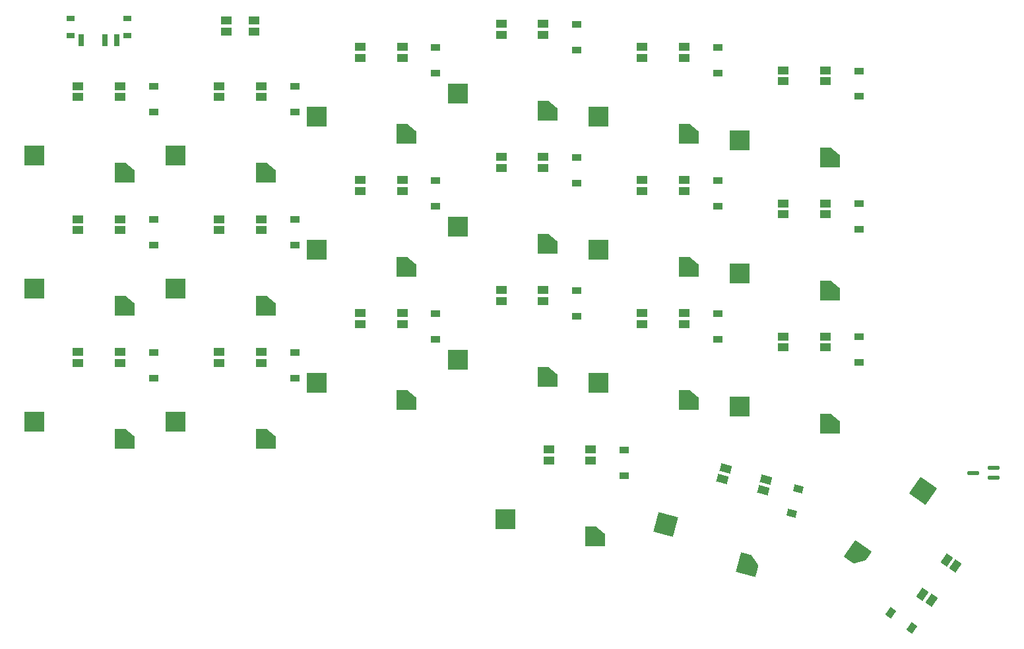
<source format=gbr>
%TF.GenerationSoftware,KiCad,Pcbnew,8.0.5*%
%TF.CreationDate,2024-11-11T15:34:28+00:00*%
%TF.ProjectId,kybd,6b796264-2e6b-4696-9361-645f70636258,v1.0.0*%
%TF.SameCoordinates,Original*%
%TF.FileFunction,Paste,Bot*%
%TF.FilePolarity,Positive*%
%FSLAX46Y46*%
G04 Gerber Fmt 4.6, Leading zero omitted, Abs format (unit mm)*
G04 Created by KiCad (PCBNEW 8.0.5) date 2024-11-11 15:34:28*
%MOMM*%
%LPD*%
G01*
G04 APERTURE LIST*
G04 Aperture macros list*
%AMRoundRect*
0 Rectangle with rounded corners*
0 $1 Rounding radius*
0 $2 $3 $4 $5 $6 $7 $8 $9 X,Y pos of 4 corners*
0 Add a 4 corners polygon primitive as box body*
4,1,4,$2,$3,$4,$5,$6,$7,$8,$9,$2,$3,0*
0 Add four circle primitives for the rounded corners*
1,1,$1+$1,$2,$3*
1,1,$1+$1,$4,$5*
1,1,$1+$1,$6,$7*
1,1,$1+$1,$8,$9*
0 Add four rect primitives between the rounded corners*
20,1,$1+$1,$2,$3,$4,$5,0*
20,1,$1+$1,$4,$5,$6,$7,0*
20,1,$1+$1,$6,$7,$8,$9,0*
20,1,$1+$1,$8,$9,$2,$3,0*%
%AMRotRect*
0 Rectangle, with rotation*
0 The origin of the aperture is its center*
0 $1 length*
0 $2 width*
0 $3 Rotation angle, in degrees counterclockwise*
0 Add horizontal line*
21,1,$1,$2,0,0,$3*%
%AMFreePoly0*
4,1,6,1.300000,-1.300000,-0.050000,-1.300000,-1.300000,-0.250000,-1.300000,1.300000,1.300000,1.300000,1.300000,-1.300000,1.300000,-1.300000,$1*%
G04 Aperture macros list end*
%ADD10RotRect,0.900000X1.200000X255.000000*%
%ADD11R,1.400000X1.050000*%
%ADD12R,1.200000X0.900000*%
%ADD13FreePoly0,180.000000*%
%ADD14R,2.600000X2.600000*%
%ADD15FreePoly0,165.000000*%
%ADD16RotRect,2.600000X2.600000X165.000000*%
%ADD17FreePoly0,55.000000*%
%ADD18RotRect,2.600000X2.600000X55.000000*%
%ADD19RotRect,0.900000X1.200000X145.000000*%
%ADD20R,1.400000X1.000000*%
%ADD21RotRect,1.400000X1.000000X235.000000*%
%ADD22RotRect,1.400000X1.000000X165.000000*%
%ADD23R,1.000000X0.800000*%
%ADD24R,0.700000X1.500000*%
%ADD25RoundRect,0.112500X0.637500X-0.112500X0.637500X0.112500X-0.637500X0.112500X-0.637500X-0.112500X0*%
G04 APERTURE END LIST*
D10*
%TO.C,D20*%
X164744350Y-87337222D03*
X163890250Y-90524778D03*
%TD*%
D11*
%TO.C,SW1*%
X91300000Y-28620000D03*
X94900000Y-28620000D03*
X91300000Y-27180000D03*
X94900000Y-27180000D03*
%TD*%
D12*
%TO.C,D5*%
X100100000Y-52750000D03*
X100100000Y-56050000D03*
%TD*%
%TO.C,D17*%
X172500000Y-50750000D03*
X172500000Y-54050000D03*
%TD*%
D13*
%TO.C,S20*%
X138675000Y-93450000D03*
D14*
X127125000Y-91250000D03*
%TD*%
D13*
%TO.C,S10*%
X114475000Y-41750000D03*
D14*
X102925000Y-39550000D03*
%TD*%
D13*
%TO.C,S8*%
X114475000Y-75950000D03*
D14*
X102925000Y-73750000D03*
%TD*%
D12*
%TO.C,D19*%
X142400000Y-82350000D03*
X142400000Y-85650000D03*
%TD*%
D13*
%TO.C,S4*%
X78275000Y-46750000D03*
D14*
X66725000Y-44550000D03*
%TD*%
D12*
%TO.C,D10*%
X136300000Y-61850000D03*
X136300000Y-65150000D03*
%TD*%
%TO.C,D15*%
X154400000Y-30650000D03*
X154400000Y-33950000D03*
%TD*%
D13*
%TO.C,S14*%
X150675000Y-75950000D03*
D14*
X139125000Y-73750000D03*
%TD*%
D13*
%TO.C,S2*%
X78275000Y-80950000D03*
D14*
X66725000Y-78750000D03*
%TD*%
D12*
%TO.C,D8*%
X118200000Y-47750000D03*
X118200000Y-51050000D03*
%TD*%
D13*
%TO.C,S5*%
X96375000Y-80950000D03*
D14*
X84825000Y-78750000D03*
%TD*%
D12*
%TO.C,D7*%
X118200000Y-64850000D03*
X118200000Y-68150000D03*
%TD*%
D13*
%TO.C,S18*%
X168775000Y-61850000D03*
D14*
X157225000Y-59650000D03*
%TD*%
D12*
%TO.C,D4*%
X100100000Y-69850000D03*
X100100000Y-73150000D03*
%TD*%
D13*
%TO.C,S11*%
X132575000Y-72950000D03*
D14*
X121025000Y-70750000D03*
%TD*%
D12*
%TO.C,D6*%
X100100000Y-35650000D03*
X100100000Y-38950000D03*
%TD*%
%TO.C,D1*%
X82000000Y-69850000D03*
X82000000Y-73150000D03*
%TD*%
D13*
%TO.C,S17*%
X168775000Y-78950000D03*
D14*
X157225000Y-76750000D03*
%TD*%
D13*
%TO.C,S6*%
X96375000Y-63850000D03*
D14*
X84825000Y-61650000D03*
%TD*%
D13*
%TO.C,S15*%
X150675000Y-58850000D03*
D14*
X139125000Y-56650000D03*
%TD*%
D12*
%TO.C,D13*%
X154400000Y-64850000D03*
X154400000Y-68150000D03*
%TD*%
D15*
%TO.C,S21*%
X158273434Y-97094891D03*
D16*
X147686392Y-91980494D03*
%TD*%
D17*
%TO.C,S1*%
X172355383Y-95787443D03*
D18*
X180782325Y-87588105D03*
%TD*%
D12*
%TO.C,D3*%
X82000000Y-35650000D03*
X82000000Y-38950000D03*
%TD*%
D13*
%TO.C,S19*%
X168775000Y-44750000D03*
D14*
X157225000Y-42550000D03*
%TD*%
D13*
%TO.C,S7*%
X96375000Y-46750000D03*
D14*
X84825000Y-44550000D03*
%TD*%
D19*
%TO.C,D21*%
X179311401Y-105205501D03*
X176608199Y-103312699D03*
%TD*%
D12*
%TO.C,D11*%
X136300000Y-44750000D03*
X136300000Y-48050000D03*
%TD*%
%TO.C,D16*%
X172500000Y-67850000D03*
X172500000Y-71150000D03*
%TD*%
%TO.C,D18*%
X172500000Y-33650000D03*
X172500000Y-36950000D03*
%TD*%
D13*
%TO.C,S9*%
X114475000Y-58850000D03*
D14*
X102925000Y-56650000D03*
%TD*%
D12*
%TO.C,D14*%
X154400000Y-47750000D03*
X154400000Y-51050000D03*
%TD*%
D13*
%TO.C,S12*%
X132575000Y-55850000D03*
D14*
X121025000Y-53650000D03*
%TD*%
D12*
%TO.C,D2*%
X82000000Y-52750000D03*
X82000000Y-56050000D03*
%TD*%
%TO.C,D12*%
X136300000Y-27650000D03*
X136300000Y-30950000D03*
%TD*%
D13*
%TO.C,S16*%
X150675000Y-41750000D03*
D14*
X139125000Y-39550000D03*
%TD*%
D12*
%TO.C,D9*%
X118200000Y-30650000D03*
X118200000Y-33950000D03*
%TD*%
D13*
%TO.C,S13*%
X132575000Y-38750000D03*
D14*
X121025000Y-36550000D03*
%TD*%
D13*
%TO.C,S3*%
X78275000Y-63850000D03*
D14*
X66725000Y-61650000D03*
%TD*%
D20*
%TO.C,LED3*%
X132000000Y-29000000D03*
X132000000Y-27600000D03*
X126600000Y-27600000D03*
X126600000Y-29000000D03*
%TD*%
%TO.C,LED1*%
X168200000Y-35000000D03*
X168200000Y-33600000D03*
X162800000Y-33600000D03*
X162800000Y-35000000D03*
%TD*%
%TO.C,LED18*%
X77700000Y-71200000D03*
X77700000Y-69800000D03*
X72300000Y-69800000D03*
X72300000Y-71200000D03*
%TD*%
%TO.C,LED15*%
X132000000Y-63200000D03*
X132000000Y-61800000D03*
X126600000Y-61800000D03*
X126600000Y-63200000D03*
%TD*%
D21*
%TO.C,LED21*%
X180671937Y-100908807D03*
X181818750Y-101711814D03*
X184916063Y-97288393D03*
X183769250Y-96485386D03*
%TD*%
D20*
%TO.C,LED6*%
X77700000Y-37000000D03*
X77700000Y-35600000D03*
X72300000Y-35600000D03*
X72300000Y-37000000D03*
%TD*%
%TO.C,LED11*%
X144700000Y-47700000D03*
X144700000Y-49100000D03*
X150100000Y-49100000D03*
X150100000Y-47700000D03*
%TD*%
D22*
%TO.C,LED20*%
X155387874Y-84778340D03*
X155025527Y-86130637D03*
X160241526Y-87528260D03*
X160603873Y-86175963D03*
%TD*%
D20*
%TO.C,LED7*%
X72300000Y-52700000D03*
X72300000Y-54100000D03*
X77700000Y-54100000D03*
X77700000Y-52700000D03*
%TD*%
%TO.C,LED17*%
X95800000Y-71200000D03*
X95800000Y-69800000D03*
X90400000Y-69800000D03*
X90400000Y-71200000D03*
%TD*%
%TO.C,LED19*%
X132700000Y-82300000D03*
X132700000Y-83700000D03*
X138100000Y-83700000D03*
X138100000Y-82300000D03*
%TD*%
%TO.C,LED9*%
X108500000Y-47700000D03*
X108500000Y-49100000D03*
X113900000Y-49100000D03*
X113900000Y-47700000D03*
%TD*%
%TO.C,LED14*%
X150100000Y-66200000D03*
X150100000Y-64800000D03*
X144700000Y-64800000D03*
X144700000Y-66200000D03*
%TD*%
%TO.C,LED5*%
X95800000Y-37000000D03*
X95800000Y-35600000D03*
X90400000Y-35600000D03*
X90400000Y-37000000D03*
%TD*%
%TO.C,LED12*%
X162800000Y-50700000D03*
X162800000Y-52100000D03*
X168200000Y-52100000D03*
X168200000Y-50700000D03*
%TD*%
%TO.C,LED10*%
X126600000Y-44700000D03*
X126600000Y-46100000D03*
X132000000Y-46100000D03*
X132000000Y-44700000D03*
%TD*%
D23*
%TO.C,PWR1*%
X71350000Y-29085000D03*
X78650000Y-29085000D03*
X71350000Y-26875000D03*
X78650000Y-26875000D03*
D24*
X72750000Y-29735000D03*
X75750000Y-29735000D03*
X77250000Y-29735000D03*
%TD*%
D20*
%TO.C,LED4*%
X113900000Y-32000000D03*
X113900000Y-30600000D03*
X108500000Y-30600000D03*
X108500000Y-32000000D03*
%TD*%
D25*
%TO.C,D22*%
X189830000Y-84650000D03*
X189830000Y-85950000D03*
X187170000Y-85300000D03*
%TD*%
D20*
%TO.C,LED13*%
X168200000Y-69200000D03*
X168200000Y-67800000D03*
X162800000Y-67800000D03*
X162800000Y-69200000D03*
%TD*%
%TO.C,LED8*%
X90400000Y-52700000D03*
X90400000Y-54100000D03*
X95800000Y-54100000D03*
X95800000Y-52700000D03*
%TD*%
%TO.C,LED16*%
X113900000Y-66200000D03*
X113900000Y-64800000D03*
X108500000Y-64800000D03*
X108500000Y-66200000D03*
%TD*%
%TO.C,LED2*%
X150100000Y-32000000D03*
X150100000Y-30600000D03*
X144700000Y-30600000D03*
X144700000Y-32000000D03*
%TD*%
M02*

</source>
